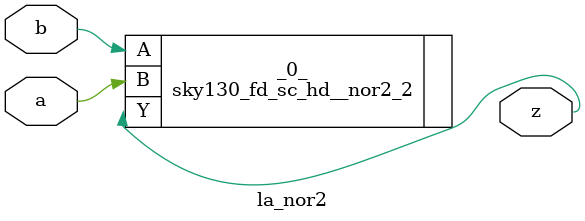
<source format=v>

module la_nor2(a, b, z);
  input a;
  input b;
  output z;
  sky130_fd_sc_hd__nor2_2 _0_ (
    .A(b),
    .B(a),
    .Y(z)
  );
endmodule

</source>
